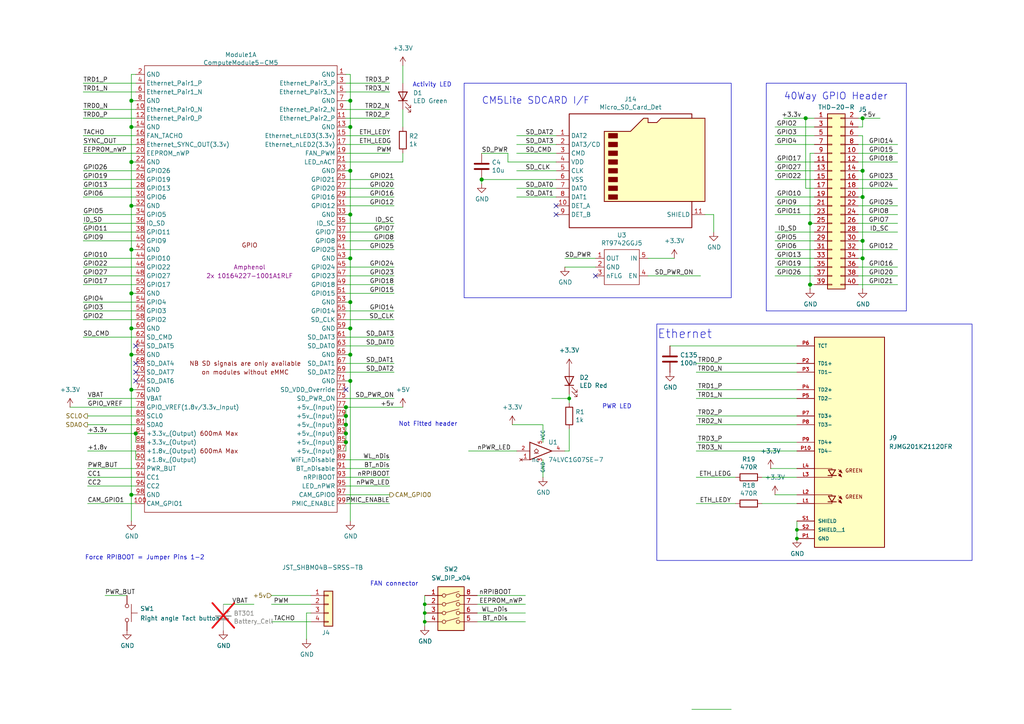
<source format=kicad_sch>
(kicad_sch (version 20231120) (generator "eeschema") (generator_version "8.0")
  (paper "A4")
  (title_block (rev "1"))
  (lib_symbols
    (symbol "CM5IO:74LVC1G07_copy"
      (property "Reference" "U" (at -2.54 3.81 0))
      (property "Value" "74LVC1G07_copy" (at 0 -3.81 0))
      (symbol "74LVC1G07_copy_1_1"
        (pin no_connect line (at -6.35 -2.54 0) (length 2.54) (name "nc") (number "1"))
        (pin input line (at -7.62 0 0) (length 3.81) (name "~") (number "2"))
        (pin power_in line (at 0 -2.54 270) (length 0) (name "GND") (number "3"))
        (pin open_collector line (at 6.35 0 180) (length 3.81) (name "~") (number "4"))
        (pin power_in line (at 0 2.54 90) (length 0) (name "VCC") (number "5"))
      )
    )
    (symbol "CM5IO:ComputeModule5-CM5"
      (property "Reference" "Module" (at 113.03 -68.58 0))
      (property "Value" "ComputeModule5-CM5" (at 140.97 2.54 0))
      (property "Field4" "Amphenol" (at 0 0 0))
      (property "Field5" "2x 10164227-1001A1RLF" (at 0 -2.54 0))
      (symbol "ComputeModule5-CM5_1_0"
        (text "GPIO" (at 0 6.35 0) (effects (font (size 1.27 1.27))))
      )
      (symbol "ComputeModule5-CM5_1_1"
        (text "600mA Max" (at -8.89 -53.34 0) (effects (font (size 1.27 1.27))))
        (text "600mA Max" (at -8.89 -48.26 0) (effects (font (size 1.27 1.27))))
        (text "NB SD signals are only available" (at -1.27 -27.94 0) (effects (font (size 1.27 1.27))))
        (text "on modules without eMMC" (at -1.27 -30.48 0) (effects (font (size 1.27 1.27))))
        (pin power_in line (at 27.94 55.88 180) (length 2.54) (name "GND") (number "1"))
        (pin passive line (at -33.02 45.72 0) (length 2.54) (name "Ethernet_Pair0_N") (number "10"))
        (pin passive line (at -33.02 -68.58 0) (length 2.54) (name "CAM_GPIO1") (number "100"))
        (pin passive line (at 27.94 43.18 180) (length 2.54) (name "Ethernet_Pair2_P") (number "11"))
        (pin passive line (at -33.02 43.18 0) (length 2.54) (name "Ethernet_Pair0_P") (number "12"))
        (pin power_in line (at 27.94 40.64 180) (length 2.54) (name "GND") (number "13"))
        (pin power_in line (at -33.02 40.64 0) (length 2.54) (name "GND") (number "14"))
        (pin output line (at 27.94 38.1 180) (length 2.54) (name "Ethernet_nLED3(3.3v)") (number "15"))
        (pin input line (at -33.02 38.1 0) (length 2.54) (name "FAN_TACHO") (number "16"))
        (pin output line (at 27.94 35.56 180) (length 2.54) (name "Ethernet_nLED2(3.3v)") (number "17"))
        (pin input line (at -33.02 35.56 0) (length 2.54) (name "Ethernet_SYNC_OUT(3.3v)") (number "18"))
        (pin output line (at 27.94 33.02 180) (length 2.54) (name "FAN_PWM") (number "19"))
        (pin power_in line (at -33.02 55.88 0) (length 2.54) (name "GND") (number "2"))
        (pin passive line (at -33.02 33.02 0) (length 2.54) (name "EEPROM_nWP") (number "20"))
        (pin open_collector line (at 27.94 30.48 180) (length 2.54) (name "LED_nACT") (number "21"))
        (pin power_in line (at -33.02 30.48 0) (length 2.54) (name "GND") (number "22"))
        (pin power_in line (at 27.94 27.94 180) (length 2.54) (name "GND") (number "23"))
        (pin passive line (at -33.02 27.94 0) (length 2.54) (name "GPIO26") (number "24"))
        (pin passive line (at 27.94 25.4 180) (length 2.54) (name "GPIO21") (number "25"))
        (pin passive line (at -33.02 25.4 0) (length 2.54) (name "GPIO19") (number "26"))
        (pin passive line (at 27.94 22.86 180) (length 2.54) (name "GPIO20") (number "27"))
        (pin passive line (at -33.02 22.86 0) (length 2.54) (name "GPIO13") (number "28"))
        (pin passive line (at 27.94 20.32 180) (length 2.54) (name "GPIO16") (number "29"))
        (pin passive line (at 27.94 53.34 180) (length 2.54) (name "Ethernet_Pair3_P") (number "3"))
        (pin passive line (at -33.02 20.32 0) (length 2.54) (name "GPIO6") (number "30"))
        (pin passive line (at 27.94 17.78 180) (length 2.54) (name "GPIO12") (number "31"))
        (pin power_in line (at -33.02 17.78 0) (length 2.54) (name "GND") (number "32"))
        (pin power_in line (at 27.94 15.24 180) (length 2.54) (name "GND") (number "33"))
        (pin passive line (at -33.02 15.24 0) (length 2.54) (name "GPIO5") (number "34"))
        (pin passive line (at 27.94 12.7 180) (length 2.54) (name "ID_SC") (number "35"))
        (pin passive line (at -33.02 12.7 0) (length 2.54) (name "ID_SD") (number "36"))
        (pin passive line (at 27.94 10.16 180) (length 2.54) (name "GPIO7") (number "37"))
        (pin passive line (at -33.02 10.16 0) (length 2.54) (name "GPIO11") (number "38"))
        (pin passive line (at 27.94 7.62 180) (length 2.54) (name "GPIO8") (number "39"))
        (pin passive line (at -33.02 53.34 0) (length 2.54) (name "Ethernet_Pair1_P") (number "4"))
        (pin passive line (at -33.02 7.62 0) (length 2.54) (name "GPIO9") (number "40"))
        (pin passive line (at 27.94 5.08 180) (length 2.54) (name "GPIO25") (number "41"))
        (pin power_in line (at -33.02 5.08 0) (length 2.54) (name "GND") (number "42"))
        (pin power_in line (at 27.94 2.54 180) (length 2.54) (name "GND") (number "43"))
        (pin passive line (at -33.02 2.54 0) (length 2.54) (name "GPIO10") (number "44"))
        (pin passive line (at 27.94 0 180) (length 2.54) (name "GPIO24") (number "45"))
        (pin passive line (at -33.02 0 0) (length 2.54) (name "GPIO22") (number "46"))
        (pin passive line (at 27.94 -2.54 180) (length 2.54) (name "GPIO23") (number "47"))
        (pin passive line (at -33.02 -2.54 0) (length 2.54) (name "GPIO27") (number "48"))
        (pin passive line (at 27.94 -5.08 180) (length 2.54) (name "GPIO18") (number "49"))
        (pin passive line (at 27.94 50.8 180) (length 2.54) (name "Ethernet_Pair3_N") (number "5"))
        (pin passive line (at -33.02 -5.08 0) (length 2.54) (name "GPIO17") (number "50"))
        (pin passive line (at 27.94 -7.62 180) (length 2.54) (name "GPIO15") (number "51"))
        (pin power_in line (at -33.02 -7.62 0) (length 2.54) (name "GND") (number "52"))
        (pin power_in line (at 27.94 -10.16 180) (length 2.54) (name "GND") (number "53"))
        (pin passive line (at -33.02 -10.16 0) (length 2.54) (name "GPIO4") (number "54"))
        (pin passive line (at 27.94 -12.7 180) (length 2.54) (name "GPIO14") (number "55"))
        (pin passive line (at -33.02 -12.7 0) (length 2.54) (name "GPIO3") (number "56"))
        (pin passive line (at 27.94 -15.24 180) (length 2.54) (name "SD_CLK") (number "57"))
        (pin passive line (at -33.02 -15.24 0) (length 2.54) (name "GPIO2") (number "58"))
        (pin power_in line (at 27.94 -17.78 180) (length 2.54) (name "GND") (number "59"))
        (pin passive line (at -33.02 50.8 0) (length 2.54) (name "Ethernet_Pair1_N") (number "6"))
        (pin power_in line (at -33.02 -17.78 0) (length 2.54) (name "GND") (number "60"))
        (pin passive line (at 27.94 -20.32 180) (length 2.54) (name "SD_DAT3") (number "61"))
        (pin passive line (at -33.02 -20.32 0) (length 2.54) (name "SD_CMD") (number "62"))
        (pin passive line (at 27.94 -22.86 180) (length 2.54) (name "SD_DAT0") (number "63"))
        (pin passive line (at -33.02 -22.86 0) (length 2.54) (name "SD_DAT5") (number "64"))
        (pin power_in line (at 27.94 -25.4 180) (length 2.54) (name "GND") (number "65"))
        (pin power_in line (at -33.02 -25.4 0) (length 2.54) (name "GND") (number "66"))
        (pin passive line (at 27.94 -27.94 180) (length 2.54) (name "SD_DAT1") (number "67"))
        (pin passive line (at -33.02 -27.94 0) (length 2.54) (name "SD_DAT4") (number "68"))
        (pin passive line (at 27.94 -30.48 180) (length 2.54) (name "SD_DAT2") (number "69"))
        (pin power_in line (at 27.94 48.26 180) (length 2.54) (name "GND") (number "7"))
        (pin passive line (at -33.02 -30.48 0) (length 2.54) (name "SD_DAT7") (number "70"))
        (pin power_in line (at 27.94 -33.02 180) (length 2.54) (name "GND") (number "71"))
        (pin passive line (at -33.02 -33.02 0) (length 2.54) (name "SD_DAT6") (number "72"))
        (pin input line (at 27.94 -35.56 180) (length 2.54) (name "SD_VDD_Override") (number "73"))
        (pin power_in line (at -33.02 -35.56 0) (length 2.54) (name "GND") (number "74"))
        (pin output line (at 27.94 -38.1 180) (length 2.54) (name "SD_PWR_ON") (number "75"))
        (pin passive line (at -33.02 -38.1 0) (length 2.54) (name "VBAT") (number "76"))
        (pin power_in line (at 27.94 -40.64 180) (length 2.54) (name "+5v_(Input)") (number "77"))
        (pin power_in line (at -33.02 -40.64 0) (length 2.54) (name "GPIO_VREF(1.8v/3.3v_Input)") (number "78"))
        (pin power_in line (at 27.94 -43.18 180) (length 2.54) (name "+5v_(Input)") (number "79"))
        (pin power_in line (at -33.02 48.26 0) (length 2.54) (name "GND") (number "8"))
        (pin passive line (at -33.02 -43.18 0) (length 2.54) (name "SCL0") (number "80"))
        (pin power_in line (at 27.94 -45.72 180) (length 2.54) (name "+5v_(Input)") (number "81"))
        (pin passive line (at -33.02 -45.72 0) (length 2.54) (name "SDA0") (number "82"))
        (pin power_in line (at 27.94 -48.26 180) (length 2.54) (name "+5v_(Input)") (number "83"))
        (pin power_out line (at -33.02 -48.26 0) (length 2.54) (name "+3.3v_(Output)") (number "84"))
        (pin power_in line (at 27.94 -50.8 180) (length 2.54) (name "+5v_(Input)") (number "85"))
        (pin passive line (at -33.02 -50.8 0) (length 2.54) (name "+3.3v_(Output)") (number "86"))
        (pin power_in line (at 27.94 -53.34 180) (length 2.54) (name "+5v_(Input)") (number "87"))
        (pin power_out line (at -33.02 -53.34 0) (length 2.54) (name "+1.8v_(Output)") (number "88"))
        (pin input line (at 27.94 -55.88 180) (length 2.54) (name "WiFi_nDisable") (number "89"))
        (pin passive line (at 27.94 45.72 180) (length 2.54) (name "Ethernet_Pair2_N") (number "9"))
        (pin passive line (at -33.02 -55.88 0) (length 2.54) (name "+1.8v_(Output)") (number "90"))
        (pin input line (at 27.94 -58.42 180) (length 2.54) (name "BT_nDisable") (number "91"))
        (pin passive line (at -33.02 -58.42 0) (length 2.54) (name "PWR_BUT") (number "92"))
        (pin input line (at 27.94 -60.96 180) (length 2.54) (name "nRPIBOOT") (number "93"))
        (pin passive line (at -33.02 -60.96 0) (length 2.54) (name "CC1") (number "94"))
        (pin output line (at 27.94 -63.5 180) (length 2.54) (name "LED_nPWR") (number "95"))
        (pin passive line (at -33.02 -63.5 0) (length 2.54) (name "CC2") (number "96"))
        (pin passive line (at 27.94 -66.04 180) (length 2.54) (name "CAM_GPIO0") (number "97"))
        (pin power_in line (at -33.02 -66.04 0) (length 2.54) (name "GND") (number "98"))
        (pin input line (at 27.94 -68.58 180) (length 2.54) (name "PMIC_ENABLE") (number "99"))
      )
      (symbol "ComputeModule5-CM5_2_1"
        (text "High Speed Serial" (at 140.97 0 0) (effects (font (size 1.27 1.27))))
        (pin input line (at 170.18 60.96 180) (length 5.08) (name "USB_OTG_ID") (number "101"))
        (pin input line (at 109.22 60.96 0) (length 5.08) (name "PCIe_nCLKREQ") (number "102"))
        (pin passive line (at 170.18 58.42 180) (length 5.08) (name "USB2_N") (number "103"))
        (pin input line (at 109.22 58.42 0) (length 5.08) (name "PCIE_nWAKE") (number "104"))
        (pin passive line (at 170.18 55.88 180) (length 5.08) (name "USB2_P") (number "105"))
        (pin output line (at 109.22 55.88 0) (length 5.08) (name "PCIE_PWR_EN") (number "106"))
        (pin power_in line (at 170.18 53.34 180) (length 5.08) (name "GND") (number "107"))
        (pin power_in line (at 109.22 53.34 0) (length 5.08) (name "GND") (number "108"))
        (pin output line (at 170.18 50.8 180) (length 5.08) (name "PCIe_nRST") (number "109"))
        (pin output line (at 109.22 50.8 0) (length 5.08) (name "PCIe_CLK_P") (number "110"))
        (pin output line (at 170.18 48.26 180) (length 5.08) (name "VBUS_EN") (number "111"))
        (pin output line (at 109.22 48.26 0) (length 5.08) (name "PCIe_CLK_N") (number "112"))
        (pin power_in line (at 170.18 45.72 180) (length 5.08) (name "GND") (number "113"))
        (pin power_in line (at 109.22 45.72 0) (length 5.08) (name "GND") (number "114"))
        (pin input line (at 170.18 43.18 180) (length 5.08) (name "MIPI0_D0_N") (number "115"))
        (pin input line (at 109.22 43.18 0) (length 5.08) (name "PCIe_RX_P") (number "116"))
        (pin input line (at 170.18 40.64 180) (length 5.08) (name "MIPI0_D0_P") (number "117"))
        (pin input line (at 109.22 40.64 0) (length 5.08) (name "PCIe_RX_N") (number "118"))
        (pin power_in line (at 170.18 38.1 180) (length 5.08) (name "GND") (number "119"))
        (pin power_in line (at 109.22 38.1 0) (length 5.08) (name "GND") (number "120"))
        (pin input line (at 170.18 35.56 180) (length 5.08) (name "MIPI0_D1_N") (number "121"))
        (pin output line (at 109.22 35.56 0) (length 5.08) (name "PCIe_TX_P") (number "122"))
        (pin input line (at 170.18 33.02 180) (length 5.08) (name "MIPI0_D1_P") (number "123"))
        (pin output line (at 109.22 33.02 0) (length 5.08) (name "PCIe_TX_N") (number "124"))
        (pin power_in line (at 170.18 30.48 180) (length 5.08) (name "GND") (number "125"))
        (pin power_in line (at 109.22 30.48 0) (length 5.08) (name "GND") (number "126"))
        (pin input line (at 170.18 27.94 180) (length 5.08) (name "MIPI0_C_N") (number "127"))
        (pin input line (at 109.22 27.94 0) (length 5.08) (name "USB3-0-RX_N") (number "128"))
        (pin input line (at 170.18 25.4 180) (length 5.08) (name "MIPI0_C_P") (number "129"))
        (pin input line (at 109.22 25.4 0) (length 5.08) (name "USB3-0-RX_P") (number "130"))
        (pin power_in line (at 170.18 22.86 180) (length 5.08) (name "GND") (number "131"))
        (pin power_in line (at 109.22 22.86 0) (length 5.08) (name "GND") (number "132"))
        (pin input line (at 170.18 20.32 180) (length 5.08) (name "MIPI0_D2_N") (number "133"))
        (pin passive line (at 109.22 20.32 0) (length 5.08) (name "USB3-0-D_P") (number "134"))
        (pin input line (at 170.18 17.78 180) (length 5.08) (name "MIPI0_D2_P") (number "135"))
        (pin passive line (at 109.22 17.78 0) (length 5.08) (name "USB3-0-D_N") (number "136"))
        (pin power_in line (at 170.18 15.24 180) (length 5.08) (name "GND") (number "137"))
        (pin power_in line (at 109.22 15.24 0) (length 5.08) (name "GND") (number "138"))
        (pin input line (at 170.18 12.7 180) (length 5.08) (name "MIPI0_D3_N") (number "139"))
        (pin output line (at 109.22 12.7 0) (length 5.08) (name "USB3-0-TX_N") (number "140"))
        (pin input line (at 170.18 10.16 180) (length 5.08) (name "MIPI0_D3_P") (number "141"))
        (pin output line (at 109.22 10.16 0) (length 5.08) (name "USB3-0-TX_P") (number "142"))
        (pin input line (at 170.18 7.62 180) (length 5.08) (name "HDMI1_HOTPLUG") (number "143"))
        (pin power_in line (at 109.22 7.62 0) (length 5.08) (name "GND") (number "144"))
        (pin bidirectional line (at 170.18 5.08 180) (length 5.08) (name "HDMI1_SDA") (number "145"))
        (pin output line (at 109.22 5.08 0) (length 5.08) (name "HDMI1_TX2_P") (number "146"))
        (pin open_collector line (at 170.18 2.54 180) (length 5.08) (name "HDMI1_SCL") (number "147"))
        (pin output line (at 109.22 2.54 0) (length 5.08) (name "HDMI1_TX2_N") (number "148"))
        (pin open_collector line (at 170.18 0 180) (length 5.08) (name "HDMI1_CEC") (number "149"))
        (pin power_in line (at 109.22 0 0) (length 5.08) (name "GND") (number "150"))
        (pin open_collector line (at 170.18 -2.54 180) (length 5.08) (name "HDMI0_CEC") (number "151"))
        (pin output line (at 109.22 -2.54 0) (length 5.08) (name "HDMI1_TX1_P") (number "152"))
        (pin input line (at 170.18 -5.08 180) (length 5.08) (name "HDMI0_HOTPLUG") (number "153"))
        (pin output line (at 109.22 -5.08 0) (length 5.08) (name "HDMI1_TX1_N") (number "154"))
        (pin power_in line (at 170.18 -7.62 180) (length 5.08) (name "GND") (number "155"))
        (pin power_in line (at 109.22 -7.62 0) (length 5.08) (name "GND") (number "156"))
        (pin input line (at 170.18 -10.16 180) (length 5.08) (name "USB3-1-RX_N") (number "157"))
        (pin output line (at 109.22 -10.16 0) (length 5.08) (name "HDMI1_TX0_P") (number "158"))
        (pin input line (at 170.18 -12.7 180) (length 5.08) (name "USB3-1-RX_P") (number "159"))
        (pin output line (at 109.22 -12.7 0) (length 5.08) (name "HDMI1_TX0_N") (number "160"))
        (pin power_in line (at 170.18 -15.24 180) (length 5.08) (name "GND") (number "161"))
        (pin power_in line (at 109.22 -15.24 0) (length 5.08) (name "GND") (number "162"))
        (pin passive line (at 170.18 -17.78 180) (length 5.08) (name "USB3-1-D_P") (number "163"))
        (pin output line (at 109.22 -17.78 0) (length 5.08) (name "HDMI1_CLK_P") (number "164"))
        (pin passive line (at 170.18 -20.32 180) (length 5.08) (name "USB3-1-D_N") (number "165"))
        (pin output line (at 109.22 -20.32 0) (length 5.08) (name "HDMI1_CLK_N") (number "166"))
        (pin power_in line (at 170.18 -22.86 180) (length 5.08) (name "GND") (number "167"))
        (pin power_in line (at 109.22 -22.86 0) (length 5.08) (name "GND") (number "168"))
        (pin output line (at 170.18 -25.4 180) (length 5.08) (name "USB3-1-TX_N") (number "169"))
        (pin output line (at 109.22 -25.4 0) (length 5.08) (name "HDMI0_TX2_P") (number "170"))
        (pin output line (at 170.18 -27.94 180) (length 5.08) (name "USB3-1-TX_P") (number "171"))
        (pin output line (at 109.22 -27.94 0) (length 5.08) (name "HDMI0_TX2_N") (number "172"))
        (pin power_in line (at 170.18 -30.48 180) (length 5.08) (name "GND") (number "173"))
        (pin power_in line (at 109.22 -30.48 0) (length 5.08) (name "GND") (number "174"))
        (pin output line (at 170.18 -33.02 180) (length 5.08) (name "MIPI1_D0_N") (number "175"))
        (pin output line (at 109.22 -33.02 0) (length 5.08) (name "HDMI0_TX1_P") (number "176"))
        (pin output line (at 170.18 -35.56 180) (length 5.08) (name "MIPI1_D0_P") (number "177"))
        (pin output line (at 109.22 -35.56 0) (length 5.08) (name "HDMI0_TX1_N") (number "178"))
        (pin power_in line (at 170.18 -38.1 180) (length 5.08) (name "GND") (number "179"))
        (pin power_in line (at 109.22 -38.1 0) (length 5.08) (name "GND") (number "180"))
        (pin output line (at 170.18 -40.64 180) (length 5.08) (name "MIPI1_D1_N") (number "181"))
        (pin output line (at 109.22 -40.64 0) (length 5.08) (name "HDMI0_TX0_P") (number "182"))
        (pin output line (at 170.18 -43.18 180) (length 5.08) (name "MIPI1_D1_P") (number "183"))
        (pin output line (at 109.22 -43.18 0) (length 5.08) (name "HDMI0_TX0_N") (number "184"))
        (pin power_in line (at 170.18 -45.72 180) (length 5.08) (name "GND") (number "185"))
        (pin power_in line (at 109.22 -45.72 0) (length 5.08) (name "GND") (number "186"))
        (pin output line (at 170.18 -48.26 180) (length 5.08) (name "MIPI1_C_N") (number "187"))
        (pin output line (at 109.22 -48.26 0) (length 5.08) (name "HDMI0_CLK_P") (number "188"))
        (pin output line (at 170.18 -50.8 180) (length 5.08) (name "MIPI1_C_P") (number "189"))
        (pin output line (at 109.22 -50.8 0) (length 5.08) (name "HDMI0_CLK_N") (number "190"))
        (pin power_in line (at 170.18 -53.34 180) (length 5.08) (name "GND") (number "191"))
        (pin power_in line (at 109.22 -53.34 0) (length 5.08) (name "GND") (number "192"))
        (pin output line (at 170.18 -55.88 180) (length 5.08) (name "MIPI1_D2_N") (number "193"))
        (pin output line (at 109.22 -55.88 0) (length 5.08) (name "MIPI1_D3_N") (number "194"))
        (pin output line (at 170.18 -58.42 180) (length 5.08) (name "MIPI1_D2_P") (number "195"))
        (pin output line (at 109.22 -58.42 0) (length 5.08) (name "MIPI1_D3_P") (number "196"))
        (pin power_in line (at 170.18 -60.96 180) (length 5.08) (name "GND") (number "197"))
        (pin power_in line (at 109.22 -60.96 0) (length 5.08) (name "GND") (number "198"))
        (pin bidirectional line (at 170.18 -63.5 180) (length 5.08) (name "HDMI0_SDA") (number "199"))
        (pin open_collector line (at 109.22 -63.5 0) (length 5.08) (name "HDMI0_SCL") (number "200"))
      )
    )
    (symbol "CM5IO:RT9742GGJ5"
      (property "Reference" "U" (at 0 0 0))
      (property "Value" "RT9742GGJ5" (at 0 0 0))
      (symbol "RT9742GGJ5_0_0"
        (pin power_out line (at -8.89 10.16 0) (length 2.54) (name "OUT") (number "1"))
        (pin power_in line (at -8.89 7.62 0) (length 2.54) (name "GND") (number "2"))
        (pin open_collector line (at -8.89 5.08 0) (length 2.54) (name "nFLG") (number "3"))
        (pin input line (at 6.35 5.08 180) (length 2.54) (name "EN") (number "4"))
        (pin power_in line (at 6.35 10.16 180) (length 2.54) (name "IN") (number "5"))
      )
    )
    (symbol "Connector:Micro_SD_Card_Det2"
      (property "Reference" "J" (at -16.51 17.78 0))
      (property "Value" "Micro_SD_Card_Det2" (at 16.51 17.78 0))
      (symbol "Micro_SD_Card_Det2_1_1"
        (pin bidirectional line (at -22.86 10.16 0) (length 3.81) (name "DAT2") (number "1"))
        (pin passive line (at -22.86 -10.16 0) (length 3.81) (name "DET_A") (number "10"))
        (pin passive line (at 20.32 -12.7 180) (length 3.81) (name "SHIELD") (number "11"))
        (pin bidirectional line (at -22.86 7.62 0) (length 3.81) (name "DAT3/CD") (number "2"))
        (pin input line (at -22.86 5.08 0) (length 3.81) (name "CMD") (number "3"))
        (pin power_in line (at -22.86 2.54 0) (length 3.81) (name "VDD") (number "4"))
        (pin input line (at -22.86 0 0) (length 3.81) (name "CLK") (number "5"))
        (pin power_in line (at -22.86 -2.54 0) (length 3.81) (name "VSS") (number "6"))
        (pin bidirectional line (at -22.86 -5.08 0) (length 3.81) (name "DAT0") (number "7"))
        (pin bidirectional line (at -22.86 -7.62 0) (length 3.81) (name "DAT1") (number "8"))
        (pin passive line (at -22.86 -12.7 0) (length 3.81) (name "DET_B") (number "9"))
      )
    )
    (symbol "Connector_Generic:Conn_01x04" (pin_names (offset 1.016) hide)
      (property "Reference" "J" (at 0 5.08 0))
      (property "Value" "Conn_01x04" (at 0 -7.62 0))
      (symbol "Conn_01x04_1_1"
        (pin passive line (at -5.08 2.54 0) (length 3.81) (name "Pin_1") (number "1"))
        (pin passive line (at -5.08 0 0) (length 3.81) (name "Pin_2") (number "2"))
        (pin passive line (at -5.08 -2.54 0) (length 3.81) (name "Pin_3") (number "3"))
        (pin passive line (at -5.08 -5.08 0) (length 3.81) (name "Pin_4") (number "4"))
      )
    )
    (symbol "Connector_Generic:Conn_02x20_Odd_Even" (pin_names (offset 1.016) hide)
      (property "Reference" "J" (at 1.27 25.4 0))
      (property "Value" "Conn_02x20_Odd_Even" (at 1.27 -27.94 0))
      (symbol "Conn_02x20_Odd_Even_1_1"
        (pin passive line (at -5.08 22.86 0) (length 3.81) (name "Pin_1") (number "1"))
        (pin passive line (at 7.62 12.7 180) (length 3.81) (name "Pin_10") (number "10"))
        (pin passive line (at -5.08 10.16 0) (length 3.81) (name "Pin_11") (number "11"))
        (pin passive line (at 7.62 10.16 180) (length 3.81) (name "Pin_12") (number "12"))
        (pin passive line (at -5.08 7.62 0) (length 3.81) (name "Pin_13") (number "13"))
        (pin passive line (at 7.62 7.62 180) (length 3.81) (name "Pin_14") (number "14"))
        (pin passive line (at -5.08 5.08 0) (length 3.81) (name "Pin_15") (number "15"))
        (pin passive line (at 7.62 5.08 180) (length 3.81) (name "Pin_16") (number "16"))
        (pin passive line (at -5.08 2.54 0) (length 3.81) (name "Pin_17") (number "17"))
        (pin passive line (at 7.62 2.54 180) (length 3.81) (name "Pin_18") (number "18"))
        (pin passive line (at -5.08 0 0) (length 3.81) (name "Pin_19") (number "19"))
        (pin passive line (at 7.62 22.86 180) (length 3.81) (name "Pin_2") (number "2"))
        (pin passive line (at 7.62 0 180) (length 3.81) (name "Pin_20") (number "20"))
        (pin passive line (at -5.08 -2.54 0) (length 3.81) (name "Pin_21") (number "21"))
        (pin passive line (at 7.62 -2.54 180) (length 3.81) (name "Pin_22") (number "22"))
        (pin passive line (at -5.08 -5.08 0) (length 3.81) (name "Pin_23") (number "23"))
        (pin passive line (at 7.62 -5.08 180) (length 3.81) (name "Pin_24") (number "24"))
        (pin passive line (at -5.08 -7.62 0) (length 3.81) (name "Pin_25") (number "25"))
        (pin passive line (at 7.62 -7.62 180) (length 3.81) (name "Pin_26") (number "26"))
        (pin passive line (at -5.08 -10.16 0) (length 3.81) (name "Pin_27") (number "27"))
        (pin passive line (at 7.62 -10.16 180) (length 3.81) (name "Pin_28") (number "28"))
        (pin passive line (at -5.08 -12.7 0) (length 3.81) (name "Pin_29") (number "29"))
        (pin passive line (at -5.08 20.32 0) (length 3.81) (name "Pin_3") (number "3"))
        (pin passive line (at 7.62 -12.7 180) (length 3.81) (name "Pin_30") (number "30"))
        (pin passive line (at -5.08 -15.24 0) (length 3.81) (name "Pin_31") (number "31"))
        (pin passive line (at 7.62 -15.24 180) (length 3.81) (name "Pin_32") (number "32"))
        (pin passive line (at -5.08 -17.78 0) (length 3.81) (name "Pin_33") (number "33"))
        (pin passive line (at 7.62 -17.78 180) (length 3.81) (name "Pin_34") (number "34"))
        (pin passive line (at -5.08 -20.32 0) (length 3.81) (name "Pin_35") (number "35"))
        (pin passive line (at 7.62 -20.32 180) (length 3.81) (name "Pin_36") (number "36"))
        (pin passive line (at -5.08 -22.86 0) (length 3.81) (name "Pin_37") (number "37"))
        (pin passive line (at 7.62 -22.86 180) (length 3.81) (name "Pin_38") (number "38"))
        (pin passive line (at -5.08 -25.4 0) (length 3.81) (name "Pin_39") (number "39"))
        (pin passive line (at 7.62 20.32 180) (length 3.81) (name "Pin_4") (number "4"))
        (pin passive line (at 7.62 -25.4 180) (length 3.81) (name "Pin_40") (number "40"))
        (pin passive line (at -5.08 17.78 0) (length 3.81) (name "Pin_5") (number "5"))
        (pin passive line (at 7.62 17.78 180) (length 3.81) (name "Pin_6") (number "6"))
        (pin passive line (at -5.08 15.24 0) (length 3.81) (name "Pin_7") (number "7"))
        (pin passive line (at 7.62 15.24 180) (length 3.81) (name "Pin_8") (number "8"))
        (pin passive line (at -5.08 12.7 0) (length 3.81) (name "Pin_9") (number "9"))
      )
    )
    (symbol "Device:Battery_Cell" (pin_numbers hide) (pin_names (offset 0) hide)
      (property "Reference" "BT" (at 2.54 2.54 0))
      (property "Value" "Battery_Cell" (at 2.54 0 0))
      (symbol "Battery_Cell_1_1"
        (pin passive line (at 0 5.08 270) (length 2.54) (name "+") (number "1"))
        (pin passive line (at 0 -2.54 90) (length 2.54) (name "-") (number "2"))
      )
    )
    (symbol "Device:C" (pin_numbers hide) (pin_names (offset 0.254))
      (property "Reference" "C" (at 0.635 2.54 0))
      (property "Value" "C" (at 0.635 -2.54 0))
      (symbol "C_1_1"
        (pin passive line (at 0 3.81 270) (length 2.794) (name "~") (number "1"))
        (pin passive line (at 0 -3.81 90) (length 2.794) (name "~") (number "2"))
      )
    )
    (symbol "Device:LED" (pin_numbers hide) (pin_names (offset 1.016) hide)
      (property "Reference" "D" (at 0 2.54 0))
      (property "Value" "LED" (at 0 -2.54 0))
      (symbol "LED_1_1"
        (pin passive line (at -3.81 0 0) (length 2.54) (name "K") (number "1"))
        (pin passive line (at 3.81 0 180) (length 2.54) (name "A") (number "2"))
      )
    )
    (symbol "Device:R" (pin_numbers hide) (pin_names (offset 0))
      (property "Reference" "R" (at 2.032 0 90))
      (property "Value" "R" (at 0 0 90))
      (symbol "R_1_1"
        (pin passive line (at 0 3.81 270) (length 1.27) (name "~") (number "1"))
        (pin passive line (at 0 -3.81 90) (length 1.27) (name "~") (number "2"))
      )
    )
    (symbol "LED_1" (pin_numbers hide) (pin_names (offset 1.016) hide)
      (property "Reference" "D" (at 0 2.54 0))
      (property "Value" "LED" (at 0 -2.54 0))
      (symbol "LED_1_1_1"
        (pin passive line (at -3.81 0 0) (length 2.54) (name "K") (number "1"))
        (pin passive line (at 3.81 0 180) (length 2.54) (name "A") (number "2"))
      )
    )
    (symbol "RJMG201K21120FR:RJMG201K21120FR" (pin_names (offset 1.016))
      (property "Reference" "J" (at -10.16 29.21 0))
      (property "Value" "RJMG201K21120FR" (at -10.16 -33.782 0))
      (symbol "RJMG201K21120FR_0_0"
        (text "GREEN" (at -1.27 -17.78 0) (effects (font (size 1.016 1.016)) (justify left top)))
        (text "GREEN" (at -1.27 -10.16 0) (effects (font (size 1.016 1.016)) (justify left top)))
        (pin passive line (at -15.24 -20.32 0) (length 5.08) (name "~") (number "L1"))
        (pin passive line (at -15.24 -17.78 0) (length 5.08) (name "~") (number "L2"))
        (pin passive line (at -15.24 -12.7 0) (length 5.08) (name "~") (number "L3"))
        (pin passive line (at -15.24 -10.16 0) (length 5.08) (name "~") (number "L4"))
        (pin power_in line (at -15.24 -30.48 0) (length 5.08) (name "GND") (number "P1"))
        (pin passive line (at -15.24 -5.08 0) (length 5.08) (name "TD4-") (number "P10"))
        (pin passive line (at -15.24 20.32 0) (length 5.08) (name "TD1+") (number "P2"))
        (pin passive line (at -15.24 17.78 0) (length 5.08) (name "TD1-") (number "P3"))
        (pin passive line (at -15.24 12.7 0) (length 5.08) (name "TD2+") (number "P4"))
        (pin passive line (at -15.24 10.16 0) (length 5.08) (name "TD2-") (number "P5"))
        (pin passive line (at -15.24 25.4 0) (length 5.08) (name "TCT") (number "P6"))
        (pin passive line (at -15.24 5.08 0) (length 5.08) (name "TD3+") (number "P7"))
        (pin passive line (at -15.24 2.54 0) (length 5.08) (name "TD3-") (number "P8"))
        (pin passive line (at -15.24 -2.54 0) (length 5.08) (name "TD4+") (number "P9"))
        (pin passive line (at -15.24 -25.4 0) (length 5.08) (name "SHIELD") (number "S1"))
        (pin passive line (at -15.24 -27.94 0) (length 5.08) (name "SHIELD__1") (number "S2"))
      )
    )
    (symbol "Switch:SW_DIP_x04" (pin_names (offset 0) hide)
      (property "Reference" "SW" (at 0 8.89 0))
      (property "Value" "SW_DIP_x04" (at 0 -6.35 0))
      (symbol "SW_DIP_x04_1_1"
        (pin passive line (at -7.62 5.08 0) (length 5.08) (name "~") (number "1"))
        (pin passive line (at -7.62 2.54 0) (length 5.08) (name "~") (number "2"))
        (pin passive line (at -7.62 0 0) (length 5.08) (name "~") (number "3"))
        (pin passive line (at -7.62 -2.54 0) (length 5.08) (name "~") (number "4"))
        (pin passive line (at 7.62 -2.54 180) (length 5.08) (name "~") (number "5"))
        (pin passive line (at 7.62 0 180) (length 5.08) (name "~") (number "6"))
        (pin passive line (at 7.62 2.54 180) (length 5.08) (name "~") (number "7"))
        (pin passive line (at 7.62 5.08 180) (length 5.08) (name "~") (number "8"))
      )
    )
    (symbol "Switch:SW_Push" (pin_numbers hide) (pin_names (offset 1.016) hide)
      (property "Reference" "SW" (at 1.27 2.54 0))
      (property "Value" "SW_Push" (at 0 -1.524 0))
      (symbol "SW_Push_0_1"
        (pin passive line (at -5.08 0 0) (length 2.54) (name "1") (number "1"))
        (pin passive line (at 5.08 0 180) (length 2.54) (name "2") (number "2"))
      )
    )
    (symbol "power:+3.3V" (power) (pin_numbers hide) (pin_names (offset 0) hide)
      (property "Value" "+3.3V" (at 0 3.556 0))
      (symbol "+3.3V_1_1"
        (pin power_in line (at 0 0 90) (length 0) (name "~") (number "1"))
      )
    )
    (symbol "power:+5V" (power) (pin_numbers hide) (pin_names (offset 0) hide)
      (property "Value" "+5V" (at 0 3.556 0))
      (symbol "+5V_1_1"
        (pin power_in line (at 0 0 90) (length 0) (name "~") (number "1"))
      )
    )
    (symbol "power:GND" (power) (pin_numbers hide) (pin_names (offset 0) hide)
      (property "Value" "GND" (at 0 -3.81 0))
      (symbol "GND_1_1"
        (pin power_in line (at 0 0 270) (length 0) (name "~") (number "1"))
      )
    )
  )
  (junction (at 101.6 36.83) (diameter 1.016))
  (junction (at 101.6 29.21) (diameter 1.016))
  (junction (at 101.6 102.87) (diameter 1.016))
  (junction (at 38.1 113.03) (diameter 1.016))
  (junction (at 234.95 82.55) (diameter 1.016))
  (junction (at 250.19 34.29) (diameter 1.016))
  (junction (at 38.1 46.99) (diameter 1.016))
  (junction (at 100.33 125.73) (diameter 1.016))
  (junction (at 38.1 72.39) (diameter 1.016))
  (junction (at 123.19 180.34))
  (junction (at 100.33 123.19) (diameter 1.016))
  (junction (at 38.1 143.51) (diameter 1.016))
  (junction (at 234.95 64.77) (diameter 1.016))
  (junction (at 38.1 59.69) (diameter 1.016))
  (junction (at 101.6 62.23) (diameter 1.016))
  (junction (at 38.1 95.25) (diameter 1.016))
  (junction (at 100.33 118.11) (diameter 1.016))
  (junction (at 101.6 95.25) (diameter 1.016))
  (junction (at 139.7 52.07) (diameter 1.016))
  (junction (at 123.19 177.8))
  (junction (at 101.6 87.63) (diameter 1.016))
  (junction (at 123.19 175.26))
  (junction (at 38.1 85.09) (diameter 1.016))
  (junction (at 100.33 120.65) (diameter 1.016))
  (junction (at 250.19 57.15) (diameter 1.016))
  (junction (at 165.1 115.57))
  (junction (at 38.1 36.83) (diameter 1.016))
  (junction (at 39.37 125.73) (diameter 1.016))
  (junction (at 38.1 102.87) (diameter 1.016))
  (junction (at 231.14 156.21))
  (junction (at 38.1 29.21) (diameter 1.016))
  (junction (at 100.33 128.27) (diameter 1.016))
  (junction (at 231.14 153.67))
  (junction (at 101.6 110.49) (diameter 1.016))
  (junction (at 233.68 34.29) (diameter 1.016))
  (junction (at 101.6 49.53) (diameter 1.016))
  (junction (at 250.19 69.85) (diameter 1.016))
  (junction (at 101.6 74.93) (diameter 1.016))
  (junction (at 250.19 49.53) (diameter 1.016))
  (junction (at 250.19 74.93) (diameter 1.016))
  (no_connect (at 39.37 107.95))
  (no_connect (at 100.33 113.03))
  (no_connect (at 39.37 100.33))
  (no_connect (at 172.72 80.01))
  (no_connect (at 39.37 105.41))
  (no_connect (at 161.29 62.23))
  (no_connect (at 161.29 59.69))
  (no_connect (at 39.37 110.49))
  (wire (pts (xy 204.47 62.23) (xy 207.01 62.23)))
  (wire (pts (xy 224.79 69.85) (xy 236.22 69.85)))
  (wire (pts (xy 250.19 57.15) (xy 248.92 57.15)))
  (wire (pts (xy 194.31 100.33) (xy 231.14 100.33)))
  (wire (pts (xy 248.92 46.99) (xy 260.35 46.99)))
  (wire (pts (xy 100.33 135.89) (xy 113.03 135.89)))
  (wire (pts (xy 248.92 44.45) (xy 260.35 44.45)))
  (wire (pts (xy 248.92 74.93) (xy 250.19 74.93)))
  (wire (pts (xy 212.09 205.74) (xy 200.66 205.74)))
  (wire (pts (xy 100.33 102.87) (xy 101.6 102.87)))
  (wire (pts (xy 24.13 90.17) (xy 39.37 90.17)))
  (wire (pts (xy 64.77 175.26) (xy 73.66 175.26)))
  (wire (pts (xy 39.37 133.35) (xy 39.37 130.81)))
  (wire (pts (xy 24.13 44.45) (xy 39.37 44.45)))
  (wire (pts (xy 100.33 95.25) (xy 101.6 95.25)))
  (wire (pts (xy 101.6 102.87) (xy 101.6 110.49)))
  (wire (pts (xy 100.33 100.33) (xy 114.3 100.33)))
  (wire (pts (xy 233.68 54.61) (xy 236.22 54.61)))
  (wire (pts (xy 39.37 128.27) (xy 39.37 125.73)))
  (wire (pts (xy 100.33 118.11) (xy 116.84 118.11)))
  (wire (pts (xy 101.6 36.83) (xy 101.6 49.53)))
  (wire (pts (xy 234.95 82.55) (xy 236.22 82.55)))
  (wire (pts (xy 24.13 92.71) (xy 39.37 92.71)))
  (wire (pts (xy 248.92 69.85) (xy 250.19 69.85)))
  (polyline (pts (xy 222.25 90.17) (xy 262.89 90.17)) (stroke (width 0) (type solid)))
  (wire (pts (xy 24.13 31.75) (xy 39.37 31.75)))
  (wire (pts (xy 250.19 69.85) (xy 250.19 57.15)))
  (wire (pts (xy 25.4 125.73) (xy 39.37 125.73)))
  (wire (pts (xy 24.13 77.47) (xy 39.37 77.47)))
  (wire (pts (xy 224.79 59.69) (xy 236.22 59.69)))
  (wire (pts (xy 233.68 34.29) (xy 233.68 54.61)))
  (wire (pts (xy 100.33 29.21) (xy 101.6 29.21)))
  (wire (pts (xy 149.86 44.45) (xy 161.29 44.45)))
  (wire (pts (xy 224.79 49.53) (xy 236.22 49.53)))
  (wire (pts (xy 100.33 90.17) (xy 114.3 90.17)))
  (wire (pts (xy 24.13 82.55) (xy 39.37 82.55)))
  (wire (pts (xy 231.14 153.67) (xy 231.14 156.21)))
  (wire (pts (xy 24.13 80.01) (xy 39.37 80.01)))
  (wire (pts (xy 100.33 34.29) (xy 113.03 34.29)))
  (wire (pts (xy 39.37 36.83) (xy 38.1 36.83)))
  (wire (pts (xy 100.33 44.45) (xy 113.03 44.45)))
  (wire (pts (xy 250.19 49.53) (xy 250.19 57.15)))
  (wire (pts (xy 201.93 146.05) (xy 213.36 146.05)))
  (wire (pts (xy 100.33 31.75) (xy 113.03 31.75)))
  (wire (pts (xy 24.13 67.31) (xy 39.37 67.31)))
  (wire (pts (xy 100.33 87.63) (xy 101.6 87.63)))
  (wire (pts (xy 248.92 34.29) (xy 250.19 34.29)))
  (wire (pts (xy 24.13 39.37) (xy 39.37 39.37)))
  (wire (pts (xy 39.37 21.59) (xy 38.1 21.59)))
  (wire (pts (xy 101.6 21.59) (xy 101.6 29.21)))
  (wire (pts (xy 250.19 74.93) (xy 250.19 83.82)))
  (wire (pts (xy 101.6 29.21) (xy 101.6 36.83)))
  (wire (pts (xy 38.1 143.51) (xy 38.1 151.13)))
  (wire (pts (xy 88.9 177.8) (xy 88.9 185.42)))
  (wire (pts (xy 248.92 39.37) (xy 250.19 39.37)))
  (wire (pts (xy 157.48 133.35) (xy 157.48 138.43)))
  (wire (pts (xy 224.79 143.51) (xy 231.14 143.51)))
  (wire (pts (xy 224.79 74.93) (xy 236.22 74.93)))
  (wire (pts (xy 100.33 57.15) (xy 114.3 57.15)))
  (wire (pts (xy 160.02 115.57) (xy 165.1 115.57)))
  (wire (pts (xy 157.48 128.27) (xy 157.48 123.19)))
  (wire (pts (xy 223.52 135.89) (xy 231.14 135.89)))
  (wire (pts (xy 100.33 143.51) (xy 113.03 143.51)))
  (wire (pts (xy 250.19 49.53) (xy 248.92 49.53)))
  (wire (pts (xy 100.33 107.95) (xy 114.3 107.95)))
  (wire (pts (xy 100.33 80.01) (xy 114.3 80.01)))
  (wire (pts (xy 100.33 97.79) (xy 114.3 97.79)))
  (wire (pts (xy 101.6 95.25) (xy 101.6 102.87)))
  (wire (pts (xy 38.1 72.39) (xy 38.1 85.09)))
  (wire (pts (xy 139.7 52.07) (xy 161.29 52.07)))
  (wire (pts (xy 101.6 49.53) (xy 101.6 62.23)))
  (wire (pts (xy 24.13 74.93) (xy 39.37 74.93)))
  (wire (pts (xy 100.33 140.97) (xy 113.03 140.97)))
  (polyline (pts (xy 262.89 24.13) (xy 222.25 24.13)) (stroke (width 0) (type solid)))
  (wire (pts (xy 224.79 80.01) (xy 236.22 80.01)))
  (wire (pts (xy 39.37 29.21) (xy 38.1 29.21)))
  (wire (pts (xy 100.33 128.27) (xy 100.33 130.81)))
  (wire (pts (xy 123.19 175.26) (xy 123.19 177.8)))
  (wire (pts (xy 172.72 77.47) (xy 163.83 77.47)))
  (wire (pts (xy 250.19 39.37) (xy 250.19 49.53)))
  (wire (pts (xy 100.33 41.91) (xy 113.03 41.91)))
  (wire (pts (xy 100.33 115.57) (xy 114.3 115.57)))
  (wire (pts (xy 24.13 26.67) (xy 39.37 26.67)))
  (wire (pts (xy 24.13 49.53) (xy 39.37 49.53)))
  (wire (pts (xy 172.72 74.93) (xy 163.83 74.93)))
  (wire (pts (xy 78.74 175.26) (xy 90.17 175.26)))
  (wire (pts (xy 234.95 44.45) (xy 234.95 64.77)))
  (wire (pts (xy 100.33 120.65) (xy 100.33 123.19)))
  (polyline (pts (xy 262.89 24.13) (xy 262.89 90.17)) (stroke (width 0) (type solid)))
  (wire (pts (xy 100.33 74.93) (xy 101.6 74.93)))
  (wire (pts (xy 100.33 39.37) (xy 113.03 39.37)))
  (wire (pts (xy 250.19 34.29) (xy 255.27 34.29)))
  (polyline (pts (xy 212.09 86.36) (xy 134.62 86.36)) (stroke (width 0) (type solid)))
  (wire (pts (xy 248.92 72.39) (xy 260.35 72.39)))
  (wire (pts (xy 201.93 138.43) (xy 213.36 138.43)))
  (wire (pts (xy 224.79 36.83) (xy 236.22 36.83)))
  (wire (pts (xy 100.33 138.43) (xy 113.03 138.43)))
  (wire (pts (xy 38.1 95.25) (xy 39.37 95.25)))
  (wire (pts (xy 147.32 46.99) (xy 147.32 44.45)))
  (wire (pts (xy 38.1 102.87) (xy 38.1 113.03)))
  (wire (pts (xy 38.1 85.09) (xy 38.1 95.25)))
  (wire (pts (xy 248.92 62.23) (xy 260.35 62.23)))
  (wire (pts (xy 234.95 82.55) (xy 234.95 83.82)))
  (wire (pts (xy 25.4 146.05) (xy 39.37 146.05)))
  (wire (pts (xy 116.84 19.05) (xy 116.84 24.13)))
  (wire (pts (xy 248.92 82.55) (xy 260.35 82.55)))
  (wire (pts (xy 116.84 31.75) (xy 116.84 36.83)))
  (wire (pts (xy 201.93 105.41) (xy 231.14 105.41)))
  (wire (pts (xy 224.79 41.91) (xy 236.22 41.91)))
  (wire (pts (xy 227.33 34.29) (xy 233.68 34.29)))
  (wire (pts (xy 250.19 74.93) (xy 250.19 69.85)))
  (wire (pts (xy 248.92 41.91) (xy 260.35 41.91)))
  (wire (pts (xy 25.4 135.89) (xy 39.37 135.89)))
  (wire (pts (xy 25.4 130.81) (xy 39.37 130.81)))
  (wire (pts (xy 248.92 54.61) (xy 260.35 54.61)))
  (wire (pts (xy 101.6 110.49) (xy 101.6 151.13)))
  (wire (pts (xy 207.01 62.23) (xy 207.01 67.31)))
  (wire (pts (xy 38.1 59.69) (xy 38.1 72.39)))
  (wire (pts (xy 38.1 113.03) (xy 39.37 113.03)))
  (wire (pts (xy 38.1 72.39) (xy 39.37 72.39)))
  (wire (pts (xy 24.13 54.61) (xy 39.37 54.61)))
  (wire (pts (xy 248.92 77.47) (xy 260.35 77.47)))
  (wire (pts (xy 100.33 52.07) (xy 114.3 52.07)))
  (wire (pts (xy 138.43 180.34) (xy 152.4 180.34)))
  (wire (pts (xy 24.13 97.79) (xy 39.37 97.79)))
  (wire (pts (xy 24.13 24.13) (xy 39.37 24.13)))
  (polyline (pts (xy 212.09 24.13) (xy 212.09 86.36)) (stroke (width 0) (type solid)))
  (wire (pts (xy 100.33 62.23) (xy 101.6 62.23)))
  (wire (pts (xy 123.19 172.72) (xy 123.19 175.26)))
  (wire (pts (xy 123.19 180.34) (xy 123.19 181.61)))
  (wire (pts (xy 100.33 24.13) (xy 113.03 24.13)))
  (wire (pts (xy 25.4 138.43) (xy 39.37 138.43)))
  (wire (pts (xy 100.33 36.83) (xy 101.6 36.83)))
  (wire (pts (xy 224.79 39.37) (xy 236.22 39.37)))
  (wire (pts (xy 38.1 95.25) (xy 38.1 102.87)))
  (wire (pts (xy 165.1 124.46) (xy 165.1 130.81)))
  (wire (pts (xy 248.92 67.31) (xy 260.35 67.31)))
  (wire (pts (xy 224.79 52.07) (xy 236.22 52.07)))
  (wire (pts (xy 39.37 143.51) (xy 38.1 143.51)))
  (wire (pts (xy 24.13 57.15) (xy 39.37 57.15)))
  (wire (pts (xy 149.86 54.61) (xy 161.29 54.61)))
  (wire (pts (xy 25.4 123.19) (xy 39.37 123.19)))
  (wire (pts (xy 38.1 113.03) (xy 38.1 143.51)))
  (wire (pts (xy 157.48 123.19) (xy 148.59 123.19)))
  (wire (pts (xy 220.98 146.05) (xy 231.14 146.05)))
  (wire (pts (xy 165.1 114.3) (xy 165.1 115.57)))
  (wire (pts (xy 100.33 146.05) (xy 113.03 146.05)))
  (wire (pts (xy 149.86 39.37) (xy 161.29 39.37)))
  (wire (pts (xy 100.33 64.77) (xy 114.3 64.77)))
  (wire (pts (xy 187.96 74.93) (xy 195.58 74.93)))
  (wire (pts (xy 101.6 87.63) (xy 101.6 95.25)))
  (wire (pts (xy 90.17 177.8) (xy 88.9 177.8)))
  (wire (pts (xy 100.33 92.71) (xy 114.3 92.71)))
  (wire (pts (xy 100.33 54.61) (xy 114.3 54.61)))
  (wire (pts (xy 116.84 46.99) (xy 116.84 44.45)))
  (wire (pts (xy 100.33 133.35) (xy 113.03 133.35)))
  (wire (pts (xy 100.33 69.85) (xy 114.3 69.85)))
  (wire (pts (xy 20.32 118.11) (xy 39.37 118.11)))
  (wire (pts (xy 100.33 85.09) (xy 114.3 85.09)))
  (polyline (pts (xy 134.62 86.36) (xy 134.62 24.13)) (stroke (width 0) (type solid)))
  (wire (pts (xy 24.13 34.29) (xy 39.37 34.29)))
  (wire (pts (xy 248.92 59.69) (xy 260.35 59.69)))
  (wire (pts (xy 224.79 57.15) (xy 236.22 57.15)))
  (wire (pts (xy 25.4 115.57) (xy 39.37 115.57)))
  (wire (pts (xy 201.93 128.27) (xy 231.14 128.27)))
  (wire (pts (xy 248.92 64.77) (xy 260.35 64.77)))
  (wire (pts (xy 100.33 105.41) (xy 114.3 105.41)))
  (wire (pts (xy 100.33 59.69) (xy 114.3 59.69)))
  (polyline (pts (xy 134.62 24.13) (xy 212.09 24.13)) (stroke (width 0) (type solid)))
  (wire (pts (xy 231.14 151.13) (xy 231.14 153.67)))
  (wire (pts (xy 100.33 67.31) (xy 114.3 67.31)))
  (wire (pts (xy 24.13 64.77) (xy 39.37 64.77)))
  (wire (pts (xy 78.74 172.72) (xy 90.17 172.72)))
  (wire (pts (xy 165.1 130.81) (xy 163.83 130.81)))
  (wire (pts (xy 224.79 62.23) (xy 236.22 62.23)))
  (wire (pts (xy 25.4 120.65) (xy 39.37 120.65)))
  (wire (pts (xy 236.22 34.29) (xy 233.68 34.29)))
  (wire (pts (xy 38.1 36.83) (xy 38.1 46.99)))
  (wire (pts (xy 100.33 46.99) (xy 116.84 46.99)))
  (wire (pts (xy 78.74 180.34) (xy 90.17 180.34)))
  (wire (pts (xy 201.93 130.81) (xy 231.14 130.81)))
  (wire (pts (xy 24.13 52.07) (xy 39.37 52.07)))
  (wire (pts (xy 224.79 46.99) (xy 236.22 46.99)))
  (wire (pts (xy 248.92 80.01) (xy 260.35 80.01)))
  (wire (pts (xy 100.33 72.39) (xy 114.3 72.39)))
  (wire (pts (xy 38.1 29.21) (xy 38.1 36.83)))
  (wire (pts (xy 100.33 21.59) (xy 101.6 21.59)))
  (wire (pts (xy 236.22 44.45) (xy 234.95 44.45)))
  (wire (pts (xy 100.33 110.49) (xy 101.6 110.49)))
  (wire (pts (xy 138.43 177.8) (xy 152.4 177.8)))
  (wire (pts (xy 135.89 130.81) (xy 149.86 130.81)))
  (wire (pts (xy 24.13 69.85) (xy 39.37 69.85)))
  (wire (pts (xy 248.92 36.83) (xy 250.19 36.83)))
  (wire (pts (xy 24.13 87.63) (xy 39.37 87.63)))
  (wire (pts (xy 100.33 118.11) (xy 100.33 120.65)))
  (wire (pts (xy 139.7 52.07) (xy 139.7 53.34)))
  (wire (pts (xy 100.33 49.53) (xy 101.6 49.53)))
  (wire (pts (xy 248.92 52.07) (xy 260.35 52.07)))
  (wire (pts (xy 100.33 26.67) (xy 113.03 26.67)))
  (wire (pts (xy 161.29 46.99) (xy 147.32 46.99)))
  (wire (pts (xy 24.13 62.23) (xy 39.37 62.23)))
  (wire (pts (xy 24.13 41.91) (xy 39.37 41.91)))
  (wire (pts (xy 138.43 175.26) (xy 152.4 175.26)))
  (wire (pts (xy 187.96 80.01) (xy 203.2 80.01)))
  (wire (pts (xy 201.93 113.03) (xy 231.14 113.03)))
  (wire (pts (xy 101.6 74.93) (xy 101.6 87.63)))
  (wire (pts (xy 250.19 36.83) (xy 250.19 34.29)))
  (wire (pts (xy 201.93 120.65) (xy 231.14 120.65)))
  (wire (pts (xy 100.33 123.19) (xy 100.33 125.73)))
  (wire (pts (xy 201.93 107.95) (xy 231.14 107.95)))
  (polyline (pts (xy 222.25 24.13) (xy 222.25 90.17)) (stroke (width 0) (type solid)))
  (wire (pts (xy 161.29 41.91) (xy 149.86 41.91)))
  (wire (pts (xy 234.95 64.77) (xy 234.95 82.55)))
  (wire (pts (xy 224.79 67.31) (xy 236.22 67.31)))
  (wire (pts (xy 38.1 46.99) (xy 39.37 46.99)))
  (wire (pts (xy 30.48 172.72) (xy 36.83 172.72)))
  (wire (pts (xy 234.95 64.77) (xy 236.22 64.77)))
  (wire (pts (xy 38.1 21.59) (xy 38.1 29.21)))
  (wire (pts (xy 220.98 138.43) (xy 231.14 138.43)))
  (wire (pts (xy 138.43 172.72) (xy 152.4 172.72)))
  (wire (pts (xy 38.1 85.09) (xy 39.37 85.09)))
  (wire (pts (xy 201.93 115.57) (xy 231.14 115.57)))
  (wire (pts (xy 100.33 125.73) (xy 100.33 128.27)))
  (wire (pts (xy 100.33 77.47) (xy 114.3 77.47)))
  (wire (pts (xy 38.1 102.87) (xy 39.37 102.87)))
  (wire (pts (xy 38.1 59.69) (xy 39.37 59.69)))
  (wire (pts (xy 165.1 115.57) (xy 165.1 116.84)))
  (wire (pts (xy 139.7 44.45) (xy 147.32 44.45)))
  (wire (pts (xy 161.29 49.53) (xy 149.86 49.53)))
  (wire (pts (xy 161.29 57.15) (xy 149.86 57.15)))
  (wire (pts (xy 100.33 82.55) (xy 114.3 82.55)))
  (wire (pts (xy 101.6 62.23) (xy 101.6 74.93)))
  (wire (pts (xy 38.1 46.99) (xy 38.1 59.69)))
  (wire (pts (xy 201.93 123.19) (xy 231.14 123.19)))
  (wire (pts (xy 123.19 177.8) (xy 123.19 180.34)))
  (wire (pts (xy 224.79 72.39) (xy 236.22 72.39)))
  (wire (pts (xy 25.4 140.97) (xy 39.37 140.97)))
  (wire (pts (xy 224.79 77.47) (xy 236.22 77.47)))
  (rectangle (start 190.5 93.98) (end 281.94 162.56))
  (text "Activity LED" (at 119.634 25.4 0) (effects (font (size 1.27 1.27)) (justify left bottom)))
  (text "Ethernet\n" (at 198.628 97.028 0) (effects (font (size 2.54 2.54))))
  (text "40Way GPIO Header" (at 227.33 29.21 0) (effects (font (size 2.007 2.007)) (justify left bottom)))
  (text "FAN connector\n" (at 107.315 170.18 0) (effects (font (size 1.27 1.27)) (justify left bottom)))
  (text "Not Fitted header" (at 132.715 123.825 0) (effects (font (size 1.27 1.27)) (justify right bottom)))
  (text "Force RPIBOOT = Jumper Pins 1-2 \n" (at 60.325 162.56 0) (effects (font (size 1.27 1.27)) (justify right bottom)))
  (text "PWR LED" (at 174.625 118.745 0) (effects (font (size 1.27 1.27)) (justify left bottom)))
  (text "CM5Lite SDCARD I/F" (at 139.7 30.48 0) (effects (font (size 2.007 2.007)) (justify left bottom)))
  (label "TRD0_P" (at 209.55 105.41 180))
  (label "SD_DAT2" (at 114.3 107.95 180))
  (label "GPIO5" (at 24.13 62.23 0))
  (label "TRD3_N" (at 113.03 26.67 180))
  (label "GPIO2" (at 24.13 92.71 0))
  (label "GPIO9" (at 24.13 69.85 0))
  (label "GPIO6" (at 231.14 72.39 180))
  (label "ETH_LEDG" (at 104.14 41.91 0))
  (label "SD_DAT1" (at 114.3 105.41 180))
  (label "GPIO10" (at 24.13 74.93 0))
  (label "TRD3_P" (at 113.03 24.13 180))
  (label "GPIO6" (at 24.13 57.15 0))
  (label "GPIO20" (at 114.3 54.61 180))
  (label "SD_DAT2" (at 152.4 39.37 0))
  (label "GPIO25" (at 114.3 72.39 180))
  (label "GPIO23" (at 259.08 52.07 180))
  (label "GPIO12" (at 259.08 72.39 180))
  (label "SD_DAT0" (at 114.3 100.33 180))
  (label "TRD2_P" (at 209.55 120.65 180))
  (label "GPIO15" (at 114.3 85.09 180))
  (label "GPIO13" (at 24.13 54.61 0))
  (label "GPIO7" (at 114.3 67.31 180))
  (label "GPIO14" (at 114.3 90.17 180))
  (label "BT_nDis" (at 113.03 135.89 180))
  (label "SD_PWR_ON" (at 189.865 80.01 0))
  (label "GPIO7" (at 257.81 64.77 180))
  (label "ETH_LEDY" (at 104.14 39.37 0))
  (label "SD_PWR_ON" (at 114.3 115.57 180))
  (label "PWM" (at 109.22 44.45 0))
  (label "GPIO4" (at 24.13 87.63 0))
  (label "ID_SD" (at 231.14 67.31 180))
  (label "TRD1_P" (at 24.13 24.13 0))
  (label "WL_nDis" (at 147.32 177.8 180))
  (label "CC1" (at 25.4 138.43 0))
  (label "WL_nDis" (at 113.03 133.35 180))
  (label "TRD3_P" (at 209.55 128.27 180))
  (label "GPIO16" (at 259.08 77.47 180))
  (label "GPIO15" (at 259.08 44.45 180))
  (label "ETH_LEDY" (at 212.09 146.05 180))
  (label "SD_DAT3" (at 114.3 97.79 180))
  (label "GPIO27" (at 24.13 80.01 0))
  (label "EEPROM_nWP" (at 24.13 44.45 0))
  (label "GPIO4" (at 231.14 41.91 180))
  (label "GPIO_VREF" (at 25.4 118.11 0))
  (label "SD_PWR" (at 139.7 44.45 0))
  (label "GPIO21" (at 259.08 82.55 180))
  (label "SD_DAT0" (at 152.4 54.61 0))
  (label "CAM_GPIO1" (at 25.4 146.05 0))
  (label "GPIO21" (at 114.3 52.07 180))
  (label "GPIO23" (at 114.3 80.01 180))
  (label "GPIO26" (at 232.41 80.01 180))
  (label "ETH_LEDG" (at 212.09 138.43 180))
  (label "TRD0_N" (at 24.13 31.75 0))
  (label "ID_SC" (at 257.81 67.31 180))
  (label "TRD1_N" (at 209.55 115.57 180))
  (label "TRD2_N" (at 209.55 123.19 180))
  (label "+1.8v" (at 25.4 130.81 0))
  (label "PWR_BUT" (at 30.48 172.72 0))
  (label "SD_DAT3" (at 152.4 41.91 0))
  (label "GPIO24" (at 259.08 54.61 180))
  (label "GPIO22" (at 232.41 52.07 180))
  (label "GPIO10" (at 232.41 57.15 180))
  (label "SD_CLK" (at 114.3 92.71 180))
  (label "GPIO16" (at 114.3 57.15 180))
  (label "GPIO12" (at 114.3 59.69 180))
  (label "GPIO8" (at 257.81 62.23 180))
  (label "GPIO5" (at 231.14 69.85 180))
  (label "+3.3v" (at 25.4 125.73 0))
  (label "SD_CMD" (at 152.4 44.45 0))
  (label "TRD0_N" (at 209.55 107.95 180))
  (label "PWM" (at 79.375 175.26 0))
  (label "GPIO18" (at 259.08 46.99 180))
  (label "GPIO8" (at 114.3 69.85 180))
  (label "GPIO17" (at 24.13 82.55 0))
  (label "GPIO13" (at 232.41 74.93 180))
  (label "SYNC_OUT" (at 24.13 41.91 0))
  (label "nPWR_LED" (at 138.43 130.81 0))
  (label "SD_PWR" (at 163.83 74.93 0))
  (label "SD_DAT1" (at 152.4 57.15 0))
  (label "GPIO18" (at 114.3 82.55 180))
  (label "TRD2_N" (at 113.03 31.75 180))
  (label "nPWR_LED" (at 113.03 140.97 180))
  (label "TRD0_P" (at 24.13 34.29 0))
  (label "GPIO20" (at 259.08 80.01 180))
  (label "GPIO11" (at 232.41 62.23 180))
  (label "GPIO9" (at 231.14 59.69 180))
  (label "GPIO27" (at 232.41 49.53 180))
  (label "GPIO26" (at 24.13 49.53 0))
  (label "TACHO" (at 79.375 180.34 0))
  (label "GPIO17" (at 232.41 46.99 180))
  (label "+3.3v" (at 232.41 34.29 180))
  (label "nRPIBOOT" (at 148.336 172.72 180))
  (label "GPIO3" (at 231.14 39.37 180))
  (label "GPIO19" (at 232.41 77.47 180))
  (label "PWR_BUT" (at 25.4 135.89 0))
  (label "nRPIBOOT" (at 113.03 138.43 180))
  (label "GPIO11" (at 24.13 67.31 0))
  (label "ID_SD" (at 24.13 64.77 0))
  (label "GPIO2" (at 231.14 36.83 180))
  (label "TRD1_N" (at 24.13 26.67 0))
  (label "GPIO24" (at 114.3 77.47 180))
  (label "BT_nDis" (at 147.32 180.34 180))
  (label "VBAT" (at 25.4 115.57 0))
  (label "TRD3_N" (at 209.55 130.81 180))
  (label "ID_SC" (at 114.3 64.77 180))
  (label "CC2" (at 25.4 140.97 0))
  (label "TACHO" (at 24.13 39.37 0))
  (label "+5v" (at 114.3 118.11 180))
  (label "SD_CMD" (at 24.13 97.79 0))
  (label "TRD1_P" (at 209.55 113.03 180))
  (label "PMIC_ENABLE" (at 113.03 146.05 180))
  (label "GPIO25" (at 259.08 59.69 180))
  (label "TRD2_P" (at 113.03 34.29 180))
  (label "EEPROM_nWP" (at 151.638 175.26 180))
  (label "+5v" (at 254 34.29 180))
  (label "VBAT" (at 67.31 175.26 0))
  (label "GPIO19" (at 24.13 52.07 0))
  (label "SD_CLK" (at 152.4 49.53 0))
  (label "GPIO14" (at 259.08 41.91 180))
  (label "GPIO22" (at 24.13 77.47 0))
  (label "GPIO3" (at 24.13 90.17 0))
  (hierarchical_label "SDA0" (shape output) (at 25.4 123.19 180))
  (hierarchical_label "SCL0" (shape output) (at 25.4 120.65 180))
  (hierarchical_label "+5v" (shape input) (at 78.74 172.72 180))
  (hierarchical_label "CAM_GPIO0" (shape output) (at 113.03 143.51 0))
  (symbol (lib_id "CM5IO:74LVC1G07_copy") (at 157.48 130.81 0) (unit 1)
    (property "Reference" "U1" (at 159.004 128.27 0) (effects (justify left)))
    (property "Value" "74LVC1G07SE-7" (at 159.004 133.35 0) (effects (justify left)))
    (property "Footprint" "Package_TO_SOT_SMD:SOT-353_SC-70-5" (effects (hide yes)))
    (property "Datasheet" "https://www.diodes.com/assets/Datasheets/74LVC1G07.pdf" (effects (hide yes)))
    (property "Field4" "Farnell" (effects (hide yes)))
    (property "Field5" "2425492" (effects (hide yes)))
    (property "Field6" "74LVC1G07SE-7" (effects (hide yes)))
    (property "Field7" "Diodes" (effects (hide yes)))
    (property "Part Description" "Buffer, Non-Inverting 1 Element 1 Bit per Element Open Drain Output SOT-353" (effects (hide yes)))
    (instances (project "CM5IO" (path "" (reference "U1") (unit 1))) (project "CM5IO" (path "" (reference "U5") (unit 1))))
  )
  (symbol (lib_id "CM5IO:RT9742GGJ5") (at 181.61 85.09 0) (unit 1)
    (property "Reference" "U3" (at 180.34 68.199 0))
    (property "Value" "RT9742GGJ5" (at 180.34 70.5104 0))
    (property "Footprint" "Package_TO_SOT_SMD:SOT-23-5" (effects (hide yes)))
    (property "Datasheet" "https://www.richtek.com/assets/product_file/RT9742/DS9742-00.pdf" (effects (hide yes)))
    (property "Field4" "Farnell" (effects (hide yes)))
    (property "Field5" "	2545875" (effects (hide yes)))
    (property "Field6" "RT9742GGJ5" (effects (hide yes)))
    (property "Field7" "RichTek" (effects (hide yes)))
    (property "Field8" "USWI00166" (effects (hide yes)))
    (property "Part Description" "	Power Switch/Driver 1:1 N-Channel 1A TSOT-23-5" (effects (hide yes)))
    (instances (project "CM5IO" (path "" (reference "U3") (unit 1))) (project "CM5IO" (path "" (reference "U18") (unit 1))))
  )
  (symbol (lib_id "power:GND") (at 163.83 77.47 0) (unit 1)
    (property "Reference" "#PWR017" (effects (hide yes)))
    (property "Value" "GND" (at 163.957 81.8642 0))
    (property "Description" "Power symbol creates a global label with name \"GND\" , ground" (effects (hide yes)))
    (instances (project "CM5IO" (path "" (reference "#PWR017") (unit 1))) (project "CM5IO" (path "" (reference "#PWR0113") (unit 1))))
  )
  (symbol (lib_id "CM5IO:ComputeModule5-CM5") (at 72.39 77.47 0) (unit 1)
    (property "Reference" "Module1" (at 69.85 15.875 0))
    (property "Value" "ComputeModule5-CM5" (at 69.85 18.1864 0))
    (property "Footprint" "CM5IO:Raspberry-Pi-5-Compute-Module" (effects (hide yes)))
    (property "Description" "RaspberryPi Compute module 5" (effects (hide yes)))
    (property "Field4" "Amphenol" (at 72.39 77.47 0))
    (property "Field5" "2x 10164227-1001A1RLF" (at 72.39 80.01 0))
    (property "Field6" "2x 10164227-1001A1RLF" (effects (hide yes)))
    (property "Field7" "Hirose" (effects (hide yes)))
    (property "Part Description" "	100 Position Connector Receptacle, Center Strip Contacts Surface Mount Gold" (effects (hide yes)))
  )
  (symbol (lib_id "Device:C") (at 139.7 48.26 0) (unit 1)
    (property "Reference" "C4" (at 142.621 47.0916 0) (effects (justify left)))
    (property "Value" "10u" (at 142.621 49.403 0) (effects (justify left)))
    (property "Footprint" "Capacitor_SMD:C_0805_2012Metric" (effects (hide yes)))
    (property "Datasheet" "https://search.murata.co.jp/Ceramy/image/img/A01X/G101/ENG/GRM21BR71A106KA73-01.pdf" (effects (hide yes)))
    (property "Field5" "490-14381-1-ND" (effects (hide yes)))
    (property "Field4" "Digikey" (effects (hide yes)))
    (property "Field6" "GRM21BR71A106KA73L" (effects (hide yes)))
    (property "Field7" "Murata" (effects (hide yes)))
    (property "Part Description" "	10uF 10% 10V Ceramic Capacitor X7R 0805 (2012 Metric)" (effects (hide yes)))
    (property "Field8" "111893011" (effects (hide yes)))
    (instances (project "CM5IO" (path "" (reference "C4") (unit 1))) (project "CM5IO" (path "" (reference "C5") (unit 1))))
  )
  (symbol (lib_id "power:GND") (at 38.1 151.13 0) (unit 1)
    (property "Reference" "#PWR010" (effects (hide yes)))
    (property "Value" "GND" (at 38.227 155.5242 0))
    (property "Description" "Power symbol creates a global label with name \"GND\" , ground" (effects (hide yes)))
    (instances (project "CM5IO" (path "" (reference "#PWR010") (unit 1))) (project "CM5IO" (path "" (reference "#PWR0104") (unit 1))))
  )
  (symbol (lib_id "power:GND") (at 101.6 151.13 0) (unit 1)
    (property "Reference" "#PWR012" (effects (hide yes)))
    (property "Value" "GND" (at 101.727 155.5242 0))
    (property "Description" "Power symbol creates a global label with name \"GND\" , ground" (effects (hide yes)))
    (instances (project "CM5IO" (path "" (reference "#PWR012") (unit 1))) (project "CM5IO" (path "" (reference "#PWR0105") (unit 1))))
  )
  (symbol (lib_id "Device:LED") (at 116.84 27.94 90) (unit 1)
    (property "Reference" "D1" (at 119.8118 26.9494 90) (effects (justify right)))
    (property "Value" "LED Green" (at 119.8118 29.2608 90) (effects (justify right)))
    (property "Footprint" "LED_SMD:LED_0603_1608Metric_Pad1.05x0.95mm_HandSolder" (effects (hide yes)))
    (property "Datasheet" "http://optoelectronics.liteon.com/upload/download/DS22-2000-226/LTST-S270KGKT.pdf" (effects (hide yes)))
    (property "Field4" "Digikey " (effects (hide yes)))
    (property "Field5" "LTST-S270KGKT" (effects (hide yes)))
    (property "Field6" "SML-A12M8TT86N" (effects (hide yes)))
    (property "Field7" "Rohm" (effects (hide yes)))
    (property "Field8" "650263301" (effects (hide yes)))
    (property "Part Description" "	Green 572nm LED Indication - Discrete 2.2V 2-SMD, No Lead" (effects (hide yes)))
    (instances (project "CM5IO" (path "" (reference "D1") (unit 1))) (project "CM5IO" (path "" (reference "D2") (unit 1))))
  )
  (symbol (lib_id "Device:R") (at 116.84 40.64 0) (unit 1)
    (property "Reference" "R2" (at 118.618 39.4716 0) (effects (justify left)))
    (property "Value" "1k" (at 118.618 41.783 0) (effects (justify left)))
    (property "Footprint" "Resistor_SMD:R_0603_1608Metric_Pad0.98x0.95mm_HandSolder" (effects (hide yes)))
    (property "Datasheet" "https://fscdn.rohm.com/en/products/databook/datasheet/passive/resistor/chip_resistor/mcr-e.pdf" (effects (hide yes)))
    (property "Field4" "Farnell" (effects (hide yes)))
    (property "Field5" "9239235" (effects (hide yes)))
    (property "Field7" "KOA EUROPE GMBH" (effects (hide yes)))
    (property "Field6" "RK73H1ETTP1001F" (effects (hide yes)))
    (property "Part Description" "Resistor 1K M1005 1% 63mW" (effects (hide yes)))
    (property "Field8" "125049511" (effects (hide yes)))
    (instances (project "CM5IO" (path "" (reference "R2") (unit 1))) (project "CM5IO" (path "" (reference "R1") (unit 1))))
  )
  (symbol (lib_id "power:GND") (at 157.48 138.43 0) (unit 1)
    (property "Reference" "#PWR018" (effects (hide yes)))
    (property "Value" "GND" (at 157.607 142.8242 0))
    (property "Description" "Power symbol creates a global label with name \"GND\" , ground" (effects (hide yes)))
    (instances (project "CM5IO" (path "" (reference "#PWR018") (unit 1))) (project "CM5IO" (path "" (reference "#PWR05") (unit 1))))
  )
  (symbol (lib_name "LED_1") (lib_id "Device:LED") (at 165.1 110.49 90) (unit 1)
    (property "Reference" "D2" (at 168.0718 109.4994 90) (effects (justify right)))
    (property "Value" "LED Red" (at 168.0718 111.8108 90) (effects (justify right)))
    (property "Footprint" "LED_SMD:LED_0603_1608Metric_Pad1.05x0.95mm_HandSolder" (effects (hide yes)))
    (property "Datasheet" "http://optoelectronics.liteon.com/upload/download/DS22-2000-210/LTST-S270KRKT.pdf" (effects (hide yes)))
    (property "Field4" "Digikey " (effects (hide yes)))
    (property "Field5" "	LTST-S270KRKT" (effects (hide yes)))
    (property "Field6" "SML-A12U8TT86Q" (effects (hide yes)))
    (property "Field7" "Rohm" (effects (hide yes)))
    (property "Field8" "650295101" (effects (hide yes)))
    (property "Part Description" "	Red 620nm LED Indication - Discrete 2.2V 2-SMD, No Lead" (effects (hide yes)))
    (instances (project "CM5IO" (path "" (reference "D2") (unit 1))) (project "CM5IO" (path "" (reference "D1") (unit 1))))
  )
  (symbol (lib_id "Device:R") (at 165.1 120.65 0) (unit 1)
    (property "Reference" "R1" (at 166.878 119.4816 0) (effects (justify left)))
    (property "Value" "1k" (at 166.878 121.793 0) (effects (justify left)))
    (property "Footprint" "Resistor_SMD:R_0603_1608Metric_Pad0.98x0.95mm_HandSolder" (effects (hide yes)))
    (property "Datasheet" "https://fscdn.rohm.com/en/products/databook/datasheet/passive/resistor/chip_resistor/mcr-e.pdf" (effects (hide yes)))
    (property "Field4" "Farnell" (effects (hide yes)))
    (property "Field5" "9239235" (effects (hide yes)))
    (property "Field7" "KOA EUROPE GMBH" (effects (hide yes)))
    (property "Field6" "RK73H1ETTP1001F" (effects (hide yes)))
    (property "Part Description" "Resistor 1K M1005 1% 63mW" (effects (hide yes)))
    (property "Field8" "125049511" (effects (hide yes)))
    (instances (project "CM5IO" (path "" (reference "R1") (unit 1))) (project "CM5IO" (path "" (reference "R10") (unit 1))))
  )
  (symbol (lib_id "Connector:Micro_SD_Card_Det2") (at 184.15 49.53 0) (unit 1)
    (property "Reference" "J14" (at 182.88 28.7782 0))
    (property "Value" "Micro_SD_Card_Det" (at 182.88 31.0896 0))
    (property "Footprint" "CM5IO:DM3ATSFPEJM542" (effects (hide yes)))
    (property "Datasheet" "https://www.hirose.com/product/en/download_file/key_name/DM3/category/Catalog/doc_file_id/49662/?file_category_id=4&item_id=195&is_series=1" (effects (hide yes)))
    (property "Field4" "Farnell" (effects (hide yes)))
    (property "Field5" "2358234" (effects (hide yes)))
    (property "Field6" "503398-1892" (effects (hide yes)))
    (property "Field7" "Molex" (effects (hide yes)))
    (property "Part Description" "9 (8 + 1) Position Card Connector microSD™ Surface Mount, Right Angle Gold" (effects (hide yes)))
    (property "Field8" "UCON00512" (effects (hide yes)))
    (instances (project "CM5IO" (path "" (reference "J14") (unit 1))) (project "CM5IO" (path "" (reference "J7") (unit 1))))
  )
  (symbol (lib_id "power:GND") (at 139.7 53.34 0) (unit 1)
    (property "Reference" "#PWR015" (effects (hide yes)))
    (property "Value" "GND" (at 139.827 57.7342 0))
    (property "Description" "Power symbol creates a global label with name \"GND\" , ground" (effects (hide yes)))
    (instances (project "CM5IO" (path "" (reference "#PWR015") (unit 1))) (project "CM5IO" (path "" (reference "#PWR0107") (unit 1))))
  )
  (symbol (lib_id "power:GND") (at 207.01 67.31 0) (unit 1)
    (property "Reference" "#PWR019" (effects (hide yes)))
    (property "Value" "GND" (at 207.137 71.7042 0))
    (property "Description" "Power symbol creates a global label with name \"GND\" , ground" (effects (hide yes)))
    (instances (project "CM5IO" (path "" (reference "#PWR019") (unit 1))) (project "CM5IO" (path "" (reference "#PWR0108") (unit 1))))
  )
  (symbol (lib_id "power:+5V") (at 116.84 118.11 0) (unit 1)
    (property "Reference" "#PWR0307" (effects (hide yes)))
    (property "Value" "+5V" (at 116.84 113.03 0))
    (property "Description" "Power symbol creates a global label with name \"+5V\"" (effects (hide yes)))
  )
  (symbol (lib_id "RJMG201K21120FR:RJMG201K21120FR") (at 246.38 125.73 0) (unit 1)
    (property "Reference" "J9" (at 257.81 126.9999 0) (effects (justify left)))
    (property "Value" "RJMG201K21120FR" (at 257.81 129.5399 0) (effects (justify left)))
    (property "Footprint" "CM5IO:AMPHENOL_RJMG201K21120FR" (effects (hide yes)))
    (property "PARTREV" "AX2" (effects (hide yes)))
    (property "STANDARD" "Manufacturer Recommendations" (effects (hide yes)))
    (property "SNAPEDA_PN" "RJMG201K21120FR" (effects (hide yes)))
    (property "MAXIMUM_PACKAGE_HEIGHT" "14.72mm" (effects (hide yes)))
    (property "MANUFACTURER" "Amphenol" (effects (hide yes)))
  )
  (symbol (lib_id "power:+3.3V") (at 116.84 19.05 0) (unit 1)
    (property "Reference" "#PWR0304" (effects (hide yes)))
    (property "Value" "+3.3V" (at 116.84 13.97 0))
    (property "Description" "Power symbol creates a global label with name \"+3.3V\"" (effects (hide yes)))
  )
  (symbol (lib_id "power:+3.3V") (at 223.52 135.89 0) (unit 1)
    (property "Reference" "#PWR0301" (effects (hide yes)))
    (property "Value" "+3.3V" (at 223.52 130.81 0))
    (property "Description" "Power symbol creates a global label with name \"+3.3V\"" (effects (hide yes)))
  )
  (symbol (lib_id "Device:C") (at 194.31 104.14 0) (unit 1)
    (property "Reference" "C135" (at 197.231 102.9716 0) (effects (justify left)))
    (property "Value" "100n" (at 197.231 105.283 0) (effects (justify left)))
    (property "Footprint" "Capacitor_SMD:C_0402_1005Metric_Pad0.74x0.62mm_HandSolder" (effects (hide yes)))
    (property "Datasheet" "https://search.murata.co.jp/Ceramy/image/img/A01X/G101/ENG/GRM155R71C104KA88-01.pdf" (effects (hide yes)))
    (property "Field4" "Farnell" (effects (hide yes)))
    (property "Field5" "2611911" (effects (hide yes)))
    (property "Field6" "RM EMK105 B7104KV-F" (effects (hide yes)))
    (property "Field7" "TAIYO YUDEN EUROPE GMBH" (effects (hide yes)))
    (property "Part Description" "	0.1uF 10% 16V Ceramic Capacitor X7R 0402 (1005 Metric)" (effects (hide yes)))
    (property "Field8" "110091611" (effects (hide yes)))
  )
  (symbol (lib_id "power:GND") (at 88.9 185.42 0) (unit 1)
    (property "Reference" "#PWR014" (effects (hide yes)))
    (property "Value" "GND" (at 89.027 189.8142 0))
    (property "Description" "Power symbol creates a global label with name \"GND\" , ground" (effects (hide yes)))
    (instances (project "CM5IO" (path "" (reference "#PWR014") (unit 1))) (project "CM5IO" (path "" (reference "#PWR06") (unit 1))))
  )
  (symbol (lib_id "power:GND") (at 123.19 181.61 0) (unit 1)
    (property "Reference" "#PWR016" (effects (hide yes)))
    (property "Value" "GND" (at 123.317 186.0042 0))
    (property "Description" "Power symbol creates a global label with name \"GND\" , ground" (effects (hide yes)))
  )
  (symbol (lib_id "power:+3.3V") (at 148.59 123.19 0) (unit 1)
    (property "Reference" "#PWR0303" (effects (hide yes)))
    (property "Value" "+3.3V" (at 148.59 118.11 0))
    (property "Description" "Power symbol creates a global label with name \"+3.3V\"" (effects (hide yes)))
  )
  (symbol (lib_id "Connector_Generic:Conn_02x20_Odd_Even") (at 241.3 57.15 0) (unit 1)
    (property "Reference" "J5" (at 250.19 31.75 0))
    (property "Value" "THD-20-R" (at 242.57 31.0896 0))
    (property "Footprint" "Connector_PinHeader_2.54mm:PinHeader_2x20_P2.54mm_Vertical" (effects (hide yes)))
    (property "Datasheet" "https://www.toby.co.uk/uploads/publications/1673.pdf" (effects (hide yes)))
    (property "Field4" "Toby" (effects (hide yes)))
    (property "Field5" "THD-20-R" (effects (hide yes)))
    (property "Field6" "THD-20-R" (effects (hide yes)))
    (property "Field7" "Toby" (effects (hide yes)))
    (property "Field8" "UCON00511" (effects (hide yes)))
    (property "Part Description" "PinHeader_2x20_P2.54mm_Vertical" (effects (hide yes)))
  )
  (symbol (lib_id "Switch:SW_DIP_x04") (at 130.81 177.8 0) (unit 1)
    (property "Reference" "SW2" (at 130.81 165.1 0))
    (property "Value" "SW_DIP_x04" (at 130.81 167.64 0))
    (property "Footprint" "Button_Switch_SMD:SW_DIP_SPSTx04_Slide_KingTek_DSHP04TS_W7.62mm_P1.27mm" (effects (hide yes)))
    (property "Description" "4x DIP Switch, Single Pole Single Throw (SPST) switch, small symbol" (effects (hide yes)))
  )
  (symbol (lib_id "Connector_Generic:Conn_01x04") (at 95.25 175.26 0) (unit 1)
    (property "Reference" "J4" (at 93.345 183.515 0) (effects (justify left)))
    (property "Value" "JST_SHBM04B-SRSS-TB" (at 81.788 164.592 0) (effects (justify left)))
    (property "Footprint" "Connector_JST:JST_SH_BM04B-SRSS-TB_1x04-1MP_P1.00mm_Vertical" (effects (hide yes)))
    (property "Field5" "SHBM04B-SRSS-TB" (effects (hide yes)))
    (property "Field6" "SHBM04B-SRSS-TB" (effects (hide yes)))
    (property "Field7" "JST" (effects (hide yes)))
    (property "Part Description" "4 pin vertical 1mm pitch connector" (effects (hide yes)))
    (instances (project "CM5IO" (path "" (reference "J4") (unit 1))) (project "CM5IO" (path "" (reference "J14") (unit 1))))
  )
  (symbol (lib_id "power:GND") (at 231.14 156.21 0) (unit 1)
    (property "Reference" "#PWR020" (effects (hide yes)))
    (property "Value" "GND" (at 231.267 160.6042 0))
    (property "Description" "Power symbol creates a global label with name \"GND\" , ground" (effects (hide yes)))
  )
  (symbol (lib_id "Switch:SW_Push") (at 36.83 177.8 270) (unit 1)
    (property "Reference" "SW1" (at 40.64 176.5299 90) (effects (justify left)))
    (property "Value" "Right angle Tact button" (at 40.64 179.324 90) (effects (justify left)))
    (property "Footprint" "Button_Switch_THT:SW_Tactile_SPST_Angled_PTS645Vx58-2LFS" (effects (hide yes)))
    (property "Datasheet" "https://www.mouser.co.uk/datasheet/2/240/Littelfuse-3050591.pdf" (effects (hide yes)))
    (property "Description" "Push button switch, generic, two pins" (effects (hide yes)))
    (property "Field5" "PTS645VH58-2LFS" (effects (hide yes)))
    (property "Field6" "PTS645VH58-2LFS" (effects (hide yes)))
    (property "Field7" "CK" (effects (hide yes)))
    (property "Part Description" "Right angle through hole Tact switch" (effects (hide yes)))
  )
  (symbol (lib_id "Device:R") (at 217.17 146.05 270) (unit 1)
    (property "Reference" "R18" (at 217.17 140.7922 90))
    (property "Value" "470R" (at 217.17 143.1036 90))
    (property "Footprint" "Resistor_SMD:R_0603_1608Metric_Pad0.98x0.95mm_HandSolder" (effects (hide yes)))
    (property "Datasheet" "https://fscdn.rohm.com/en/products/databook/datasheet/passive/resistor/chip_resistor/mcr-e.pdf" (effects (hide yes)))
    (property "Field4" "Farnell" (effects (hide yes)))
    (property "Field5" "9239197" (effects (hide yes)))
    (property "Field7" "KOA EUROPE GMBH" (effects (hide yes)))
    (property "Field6" "RK73G1ETQTP4700D         " (effects (hide yes)))
    (property "Field8" "120887981" (effects (hide yes)))
    (property "Part Description" "Resistor 470R M1005 1% 63mW" (effects (hide yes)))
  )
  (symbol (lib_id "power:+3.3V") (at 20.32 118.11 0) (unit 1)
    (property "Reference" "#PWR083" (effects (hide yes)))
    (property "Value" "+3.3V" (at 20.32 113.03 0))
    (property "Description" "Power symbol creates a global label with name \"+3.3V\"" (effects (hide yes)))
  )
  (symbol (lib_id "power:+3.3V") (at 224.79 143.51 0) (unit 1)
    (property "Reference" "#PWR0302" (effects (hide yes)))
    (property "Value" "+3.3V" (at 224.79 138.43 0))
    (property "Description" "Power symbol creates a global label with name \"+3.3V\"" (effects (hide yes)))
  )
  (symbol (lib_id "power:+3.3V") (at 165.1 106.68 0) (unit 1)
    (property "Reference" "#PWR0306" (effects (hide yes)))
    (property "Value" "+3.3V" (at 165.1 101.6 0))
    (property "Description" "Power symbol creates a global label with name \"+3.3V\"" (effects (hide yes)))
  )
  (symbol (lib_id "power:GND") (at 250.19 83.82 0) (unit 1)
    (property "Reference" "#PWR022" (effects (hide yes)))
    (property "Value" "GND" (at 250.317 88.2142 0))
    (property "Description" "Power symbol creates a global label with name \"GND\" , ground" (effects (hide yes)))
  )
  (symbol (lib_id "power:+3.3V") (at 195.58 74.93 0) (unit 1)
    (property "Reference" "#PWR0305" (effects (hide yes)))
    (property "Value" "+3.3V" (at 195.58 69.85 0))
    (property "Description" "Power symbol creates a global label with name \"+3.3V\"" (effects (hide yes)))
  )
  (symbol (lib_id "power:GND") (at 194.31 107.95 0) (unit 1)
    (property "Reference" "#PWR099" (effects (hide yes)))
    (property "Value" "GND" (at 194.437 112.3442 0))
    (property "Description" "Power symbol creates a global label with name \"GND\" , ground" (effects (hide yes)))
  )
  (symbol (lib_id "Device:R") (at 217.17 138.43 270) (unit 1)
    (property "Reference" "R19" (at 217.17 133.1722 90))
    (property "Value" "470R" (at 217.17 135.4836 90))
    (property "Footprint" "Resistor_SMD:R_0603_1608Metric_Pad0.98x0.95mm_HandSolder" (effects (hide yes)))
    (property "Datasheet" "https://fscdn.rohm.com/en/products/databook/datasheet/passive/resistor/chip_resistor/mcr-e.pdf" (effects (hide yes)))
    (property "Field4" "Farnell" (effects (hide yes)))
    (property "Field5" "9239197" (effects (hide yes)))
    (property "Field7" "KOA EUROPE GMBH" (effects (hide yes)))
    (property "Field6" "RK73G1ETQTP4700D         " (effects (hide yes)))
    (property "Field8" "120887981" (effects (hide yes)))
    (property "Part Description" "Resistor 470R M1005 1% 63mW" (effects (hide yes)))
  )
  (symbol (lib_id "power:GND") (at 64.77 182.88 0) (unit 1)
    (property "Reference" "#PWR013" (effects (hide yes)))
    (property "Value" "GND" (at 64.897 187.2742 0))
    (property "Description" "Power symbol creates a global label with name \"GND\" , ground" (effects (hide yes)))
  )
  (symbol (lib_id "power:GND") (at 36.83 182.88 0) (unit 1)
    (property "Reference" "#PWR011" (effects (hide yes)))
    (property "Value" "GND" (at 36.957 187.2742 0))
    (property "Description" "Power symbol creates a global label with name \"GND\" , ground" (effects (hide yes)))
    (instances (project "CM5IO" (path "" (reference "#PWR011") (unit 1))) (project "CM5IO" (path "" (reference "#PWR030") (unit 1))))
  )
  (symbol (lib_id "power:GND") (at 234.95 83.82 0) (unit 1)
    (property "Reference" "#PWR021" (effects (hide yes)))
    (property "Value" "GND" (at 235.077 88.2142 0))
    (property "Description" "Power symbol creates a global label with name \"GND\" , ground" (effects (hide yes)))
  )
  (symbol (lib_id "Device:Battery_Cell") (at 64.77 180.34 0) (unit 1) (in_bom no) (on_board no) (dnp yes)
    (property "Reference" "BT301" (at 67.7672 177.9016 0) (effects (justify left)))
    (property "Value" "Battery_Cell" (at 67.7672 180.213 0) (effects (justify left)))
    (property "Footprint" "CM5IO:BatteryHolder_Keystone_3034_1x20mm" (effects (hide yes)))
    (property "Datasheet" "https://www.keyelco.com/userAssets/file/M65p9.pdf" (effects (hide yes)))
    (property "Field4" "Digikey" (effects (hide yes)))
    (property "Field5" "36-3034-ND" (effects (hide yes)))
    (property "Field6" "3034" (effects (hide yes)))
    (property "Field7" "Keystone" (effects (hide yes)))
    (property "Part Description" "	Battery Retainer Coin, 20.0mm 1 Cell SMD (SMT) Tab" (effects (hide yes)))
  )
)
</source>
